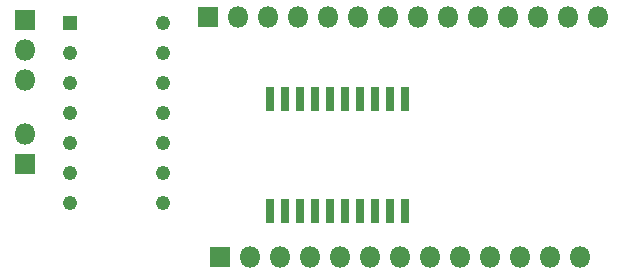
<source format=gbr>
%TF.GenerationSoftware,KiCad,Pcbnew,(5.1.6)-1*%
%TF.CreationDate,2020-09-22T22:22:24+03:00*%
%TF.ProjectId,ZX Keyboard logic,5a58204b-6579-4626-9f61-7264206c6f67,rev?*%
%TF.SameCoordinates,Original*%
%TF.FileFunction,Soldermask,Bot*%
%TF.FilePolarity,Negative*%
%FSLAX46Y46*%
G04 Gerber Fmt 4.6, Leading zero omitted, Abs format (unit mm)*
G04 Created by KiCad (PCBNEW (5.1.6)-1) date 2020-09-22 22:22:24*
%MOMM*%
%LPD*%
G01*
G04 APERTURE LIST*
%ADD10O,1.800000X1.800000*%
%ADD11R,1.800000X1.800000*%
%ADD12C,1.230000*%
%ADD13R,1.230000X1.230000*%
%ADD14R,0.750000X2.050000*%
G04 APERTURE END LIST*
D10*
%TO.C,J4*%
X82296000Y-103124000D03*
X79756000Y-103124000D03*
X77216000Y-103124000D03*
X74676000Y-103124000D03*
X72136000Y-103124000D03*
X69596000Y-103124000D03*
X67056000Y-103124000D03*
X64516000Y-103124000D03*
X61976000Y-103124000D03*
X59436000Y-103124000D03*
X56896000Y-103124000D03*
X54356000Y-103124000D03*
D11*
X51816000Y-103124000D03*
%TD*%
D10*
%TO.C,J3*%
X35306000Y-92710000D03*
D11*
X35306000Y-95250000D03*
%TD*%
D10*
%TO.C,J2*%
X83820000Y-82804000D03*
X81280000Y-82804000D03*
X78740000Y-82804000D03*
X76200000Y-82804000D03*
X73660000Y-82804000D03*
X71120000Y-82804000D03*
X68580000Y-82804000D03*
X66040000Y-82804000D03*
X63500000Y-82804000D03*
X60960000Y-82804000D03*
X58420000Y-82804000D03*
X55880000Y-82804000D03*
X53340000Y-82804000D03*
D11*
X50800000Y-82804000D03*
%TD*%
D10*
%TO.C,J1*%
X35306000Y-88138000D03*
X35306000Y-85598000D03*
D11*
X35306000Y-83058000D03*
%TD*%
D12*
%TO.C,IC2*%
X46990000Y-83312000D03*
X46990000Y-85852000D03*
X46990000Y-88392000D03*
X46990000Y-90932000D03*
X46990000Y-93472000D03*
X46990000Y-96012000D03*
X46990000Y-98552000D03*
X39050000Y-98552000D03*
X39050000Y-96012000D03*
X39050000Y-93472000D03*
X39050000Y-90932000D03*
X39050000Y-88392000D03*
X39050000Y-85852000D03*
D13*
X39050000Y-83312000D03*
%TD*%
D14*
%TO.C,IC1*%
X56007000Y-99213000D03*
X57277000Y-99213000D03*
X58547000Y-99213000D03*
X59817000Y-99213000D03*
X61087000Y-99213000D03*
X62357000Y-99213000D03*
X63627000Y-99213000D03*
X64897000Y-99213000D03*
X66167000Y-99213000D03*
X67437000Y-99213000D03*
X67437000Y-89763000D03*
X66167000Y-89763000D03*
X64897000Y-89763000D03*
X63627000Y-89763000D03*
X62357000Y-89763000D03*
X61087000Y-89763000D03*
X59817000Y-89763000D03*
X58547000Y-89763000D03*
X57277000Y-89763000D03*
X56007000Y-89763000D03*
%TD*%
M02*

</source>
